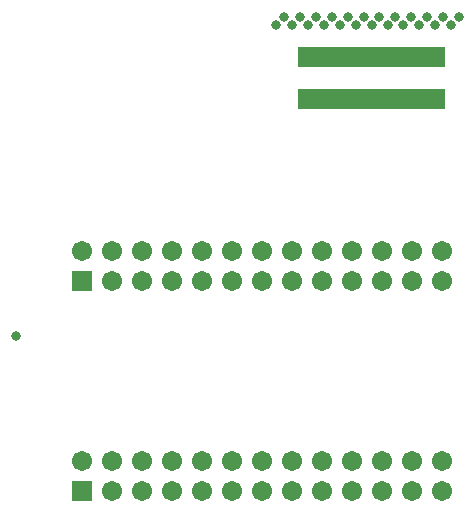
<source format=gbs>
G04*
G04 #@! TF.GenerationSoftware,Altium Limited,Altium Designer,18.0.12 (696)*
G04*
G04 Layer_Color=16711935*
%FSLAX25Y25*%
%MOIN*%
G70*
G01*
G75*
%ADD14R,0.06706X0.06706*%
%ADD15C,0.06706*%
%ADD16C,0.03200*%
%ADD24R,0.01981X0.07099*%
D14*
X180000Y280000D02*
D03*
Y210000D02*
D03*
D15*
Y290000D02*
D03*
X190000Y280000D02*
D03*
Y290000D02*
D03*
X200000Y280000D02*
D03*
Y290000D02*
D03*
X210000Y280000D02*
D03*
Y290000D02*
D03*
X220000Y280000D02*
D03*
Y290000D02*
D03*
X230000Y280000D02*
D03*
Y290000D02*
D03*
X240000Y280000D02*
D03*
Y290000D02*
D03*
X250000Y280000D02*
D03*
Y290000D02*
D03*
X260000Y280000D02*
D03*
Y290000D02*
D03*
X270000Y280000D02*
D03*
Y290000D02*
D03*
X280000Y280000D02*
D03*
Y290000D02*
D03*
X290000Y280000D02*
D03*
Y290000D02*
D03*
X300000Y280000D02*
D03*
Y290000D02*
D03*
X180000Y220000D02*
D03*
X190000Y210000D02*
D03*
Y220000D02*
D03*
X200000Y210000D02*
D03*
Y220000D02*
D03*
X210000Y210000D02*
D03*
Y220000D02*
D03*
X220000Y210000D02*
D03*
Y220000D02*
D03*
X230000Y210000D02*
D03*
Y220000D02*
D03*
X240000Y210000D02*
D03*
Y220000D02*
D03*
X250000Y210000D02*
D03*
Y220000D02*
D03*
X260000Y210000D02*
D03*
Y220000D02*
D03*
X270000Y210000D02*
D03*
Y220000D02*
D03*
X280000Y210000D02*
D03*
Y220000D02*
D03*
X290000Y210000D02*
D03*
Y220000D02*
D03*
X300000Y210000D02*
D03*
Y220000D02*
D03*
D16*
X158000Y261500D02*
D03*
X255300Y365300D02*
D03*
X260600D02*
D03*
X265900D02*
D03*
X271200D02*
D03*
X276500D02*
D03*
X257900Y368000D02*
D03*
X250000Y365300D02*
D03*
X247300Y368000D02*
D03*
X244700Y365300D02*
D03*
X300300Y368000D02*
D03*
X297700Y365300D02*
D03*
X305600Y368000D02*
D03*
X303000Y365300D02*
D03*
X295000Y368000D02*
D03*
X289700D02*
D03*
X292400Y365300D02*
D03*
X284400Y368000D02*
D03*
X287100Y365300D02*
D03*
X252600Y368000D02*
D03*
X263200D02*
D03*
X268500D02*
D03*
X281800Y365300D02*
D03*
X279100Y368000D02*
D03*
X273800D02*
D03*
D24*
X252878Y340413D02*
D03*
Y354587D02*
D03*
X254847Y340413D02*
D03*
Y354587D02*
D03*
X256815Y340413D02*
D03*
Y354587D02*
D03*
X258784Y340413D02*
D03*
Y354587D02*
D03*
X260752Y340413D02*
D03*
Y354587D02*
D03*
X262720Y340413D02*
D03*
Y354587D02*
D03*
X264689Y340413D02*
D03*
Y354587D02*
D03*
X266657Y340413D02*
D03*
Y354587D02*
D03*
X268626Y340413D02*
D03*
Y354587D02*
D03*
X270595Y340413D02*
D03*
Y354587D02*
D03*
X272563Y340413D02*
D03*
Y354587D02*
D03*
X274532Y340413D02*
D03*
Y354587D02*
D03*
X276500Y340413D02*
D03*
Y354587D02*
D03*
X278468Y340413D02*
D03*
Y354587D02*
D03*
X280437Y340413D02*
D03*
Y354587D02*
D03*
X282405Y340413D02*
D03*
Y354587D02*
D03*
X284374Y340413D02*
D03*
Y354587D02*
D03*
X286343Y340413D02*
D03*
Y354587D02*
D03*
X288311Y340413D02*
D03*
Y354587D02*
D03*
X290280Y340413D02*
D03*
Y354587D02*
D03*
X292248Y340413D02*
D03*
Y354587D02*
D03*
X294216Y340413D02*
D03*
Y354587D02*
D03*
X296185Y340413D02*
D03*
Y354587D02*
D03*
X298153Y340413D02*
D03*
Y354587D02*
D03*
X300122Y340413D02*
D03*
Y354587D02*
D03*
M02*

</source>
